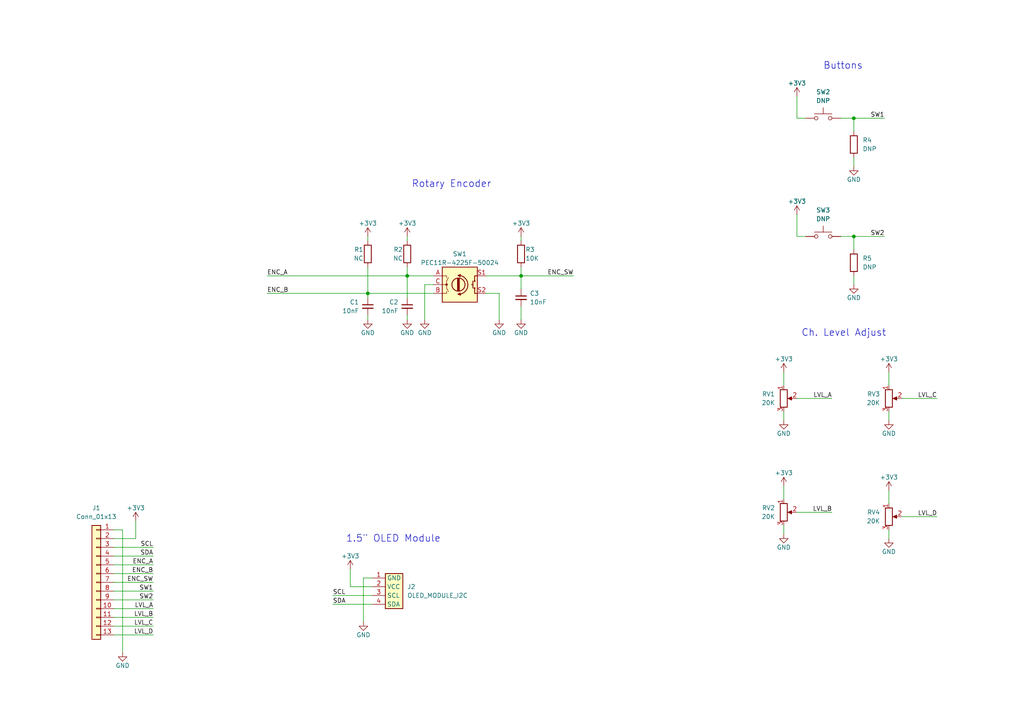
<source format=kicad_sch>
(kicad_sch (version 20211123) (generator eeschema)
  (paper "A4")
  (title_block (title "SW-32MC1") (date "2022-02-02") (rev "1") (company "saawsm") (comment 4 "Basic front panel IO board for the SW-3240"))
  (lib_symbols
    (symbol "Connector_Generic:Conn_01x13" (pin_names (offset 1.016) hide)
      (property "Reference" "J" (at 0 17.78 0))
      (property "Value" "Conn_01x13" (at 0 -17.78 0))
      (symbol "Conn_01x13_1_1"
        (rectangle (start -1.27 -15.113) (end 0 -15.367) (stroke (width 0.1524)))
        (rectangle (start -1.27 -12.573) (end 0 -12.827) (stroke (width 0.1524)))
        (rectangle (start -1.27 -10.033) (end 0 -10.287) (stroke (width 0.1524)))
        (rectangle (start -1.27 -7.493) (end 0 -7.747) (stroke (width 0.1524)))
        (rectangle (start -1.27 -4.953) (end 0 -5.207) (stroke (width 0.1524)))
        (rectangle (start -1.27 -2.413) (end 0 -2.667) (stroke (width 0.1524)))
        (rectangle (start -1.27 0.127) (end 0 -0.127) (stroke (width 0.1524)))
        (rectangle (start -1.27 2.667) (end 0 2.413) (stroke (width 0.1524)))
        (rectangle (start -1.27 5.207) (end 0 4.953) (stroke (width 0.1524)))
        (rectangle (start -1.27 7.747) (end 0 7.493) (stroke (width 0.1524)))
        (rectangle (start -1.27 10.287) (end 0 10.033) (stroke (width 0.1524)))
        (rectangle (start -1.27 12.827) (end 0 12.573) (stroke (width 0.1524)))
        (rectangle (start -1.27 15.367) (end 0 15.113) (stroke (width 0.1524)))
        (rectangle (start -1.27 16.51) (end 1.27 -16.51) (stroke (width 0.254)) (fill (type background)))
        (pin passive line (at -5.08 15.24 0) (length 3.81) (name "Pin_1") (number "1"))
        (pin passive line (at -5.08 -7.62 0) (length 3.81) (name "Pin_10") (number "10"))
        (pin passive line (at -5.08 -10.16 0) (length 3.81) (name "Pin_11") (number "11"))
        (pin passive line (at -5.08 -12.7 0) (length 3.81) (name "Pin_12") (number "12"))
        (pin passive line (at -5.08 -15.24 0) (length 3.81) (name "Pin_13") (number "13"))
        (pin passive line (at -5.08 12.7 0) (length 3.81) (name "Pin_2") (number "2"))
        (pin passive line (at -5.08 10.16 0) (length 3.81) (name "Pin_3") (number "3"))
        (pin passive line (at -5.08 7.62 0) (length 3.81) (name "Pin_4") (number "4"))
        (pin passive line (at -5.08 5.08 0) (length 3.81) (name "Pin_5") (number "5"))
        (pin passive line (at -5.08 2.54 0) (length 3.81) (name "Pin_6") (number "6"))
        (pin passive line (at -5.08 0 0) (length 3.81) (name "Pin_7") (number "7"))
        (pin passive line (at -5.08 -2.54 0) (length 3.81) (name "Pin_8") (number "8"))
        (pin passive line (at -5.08 -5.08 0) (length 3.81) (name "Pin_9") (number "9"))
      )
    )
    (symbol "Device:C_Small" (pin_numbers hide) (pin_names (offset 0.254) hide)
      (property "Reference" "C" (at 0.254 1.778 0))
      (property "Value" "C_Small" (at 0.254 -2.032 0))
      (symbol "C_Small_0_1"
        (polyline (pts (xy -1.524 -0.508) (xy 1.524 -0.508)) (stroke (width 0.3302)))
        (polyline (pts (xy -1.524 0.508) (xy 1.524 0.508)) (stroke (width 0.3048)))
      )
      (symbol "C_Small_1_1"
        (pin passive line (at 0 2.54 270) (length 2.032) (name "~") (number "1"))
        (pin passive line (at 0 -2.54 90) (length 2.032) (name "~") (number "2"))
      )
    )
    (symbol "Device:R" (pin_numbers hide) (pin_names (offset 0))
      (property "Reference" "R" (at 2.032 0 90))
      (property "Value" "R" (at 0 0 90))
      (symbol "R_0_1"
        (rectangle (start -1.016 -2.54) (end 1.016 2.54) (stroke (width 0.254)))
      )
      (symbol "R_1_1"
        (pin passive line (at 0 3.81 270) (length 1.27) (name "~") (number "1"))
        (pin passive line (at 0 -3.81 90) (length 1.27) (name "~") (number "2"))
      )
    )
    (symbol "Device:R_Potentiometer" (pin_names (offset 1.016) hide)
      (property "Reference" "RV" (at -4.445 0 90))
      (property "Value" "R_Potentiometer" (at -2.54 0 90))
      (symbol "R_Potentiometer_0_1"
        (polyline (pts (xy 2.54 0) (xy 1.524 0)))
        (polyline (pts (xy 1.143 0) (xy 2.286 0.508) (xy 2.286 -0.508) (xy 1.143 0)) (fill (type outline)))
        (rectangle (start 1.016 2.54) (end -1.016 -2.54) (stroke (width 0.254)))
      )
      (symbol "R_Potentiometer_1_1"
        (pin passive line (at 0 3.81 270) (length 1.27) (name "1") (number "1"))
        (pin passive line (at 3.81 0 180) (length 1.27) (name "2") (number "2"))
        (pin passive line (at 0 -3.81 90) (length 1.27) (name "3") (number "3"))
      )
    )
    (symbol "Device:RotaryEncoder_Switch" (pin_names (offset 0.254) hide)
      (property "Reference" "SW" (at 0 6.604 0))
      (property "Value" "RotaryEncoder_Switch" (at 0 -6.604 0))
      (symbol "RotaryEncoder_Switch_0_1"
        (rectangle (start -5.08 5.08) (end 5.08 -5.08) (stroke (width 0.254)) (fill (type background)))
        (circle (center -3.81 0) (radius 0.254) (fill (type outline)))
        (arc (start -0.381 -2.794) (mid 2.3622 -0.0635) (end -0.381 2.667) (stroke (width 0.254)))
        (circle (center -0.381 0) (radius 1.905) (stroke (width 0.254)))
        (polyline (pts (xy -0.635 -1.778) (xy -0.635 1.778)) (stroke (width 0.254)))
        (polyline (pts (xy -0.381 -1.778) (xy -0.381 1.778)) (stroke (width 0.254)))
        (polyline (pts (xy -0.127 1.778) (xy -0.127 -1.778)) (stroke (width 0.254)))
        (polyline (pts (xy 3.81 0) (xy 3.429 0)) (stroke (width 0.254)))
        (polyline (pts (xy 3.81 1.016) (xy 3.81 -1.016)) (stroke (width 0.254)))
        (polyline (pts (xy -5.08 -2.54) (xy -3.81 -2.54) (xy -3.81 -2.032)))
        (polyline (pts (xy -5.08 2.54) (xy -3.81 2.54) (xy -3.81 2.032)))
        (polyline (pts (xy 0.254 -3.048) (xy -0.508 -2.794) (xy 0.127 -2.413)) (stroke (width 0.254)))
        (polyline (pts (xy 0.254 2.921) (xy -0.508 2.667) (xy 0.127 2.286)) (stroke (width 0.254)))
        (polyline (pts (xy 5.08 -2.54) (xy 4.318 -2.54) (xy 4.318 -1.016)) (stroke (width 0.254)))
        (polyline (pts (xy 5.08 2.54) (xy 4.318 2.54) (xy 4.318 1.016)) (stroke (width 0.254)))
        (polyline (pts (xy -5.08 0) (xy -3.81 0) (xy -3.81 -1.016) (xy -3.302 -2.032)))
        (polyline (pts (xy -4.318 0) (xy -3.81 0) (xy -3.81 1.016) (xy -3.302 2.032)))
        (circle (center 4.318 -1.016) (radius 0.127) (stroke (width 0.254)))
        (circle (center 4.318 1.016) (radius 0.127) (stroke (width 0.254)))
      )
      (symbol "RotaryEncoder_Switch_1_1"
        (pin passive line (at -7.62 2.54 0) (length 2.54) (name "A") (number "A"))
        (pin passive line (at -7.62 -2.54 0) (length 2.54) (name "B") (number "B"))
        (pin passive line (at -7.62 0 0) (length 2.54) (name "C") (number "C"))
        (pin passive line (at 7.62 2.54 180) (length 2.54) (name "S1") (number "S1"))
        (pin passive line (at 7.62 -2.54 180) (length 2.54) (name "S2") (number "S2"))
      )
    )
    (symbol "SaawLib:OLED_MODULE_I2C"
      (property "Reference" "J" (at 0 6.35 0))
      (property "Value" "OLED_MODULE_I2C" (at 0 -6.35 0))
      (symbol "OLED_MODULE_I2C_1_1"
        (rectangle (start -1.27 5.08) (end 3.81 -5.08) (stroke (width 0.254)) (fill (type background)))
        (pin passive line (at -5.08 3.81 0) (length 3.81) (name "GND") (number "1"))
        (pin passive line (at -5.08 1.27 0) (length 3.81) (name "VCC") (number "2"))
        (pin passive line (at -5.08 -1.27 0) (length 3.81) (name "SCL") (number "3"))
        (pin passive line (at -5.08 -3.81 0) (length 3.81) (name "SDA") (number "4"))
      )
    )
    (symbol "Switch:SW_Push" (pin_numbers hide) (pin_names (offset 1.016) hide)
      (property "Reference" "SW" (at 1.27 2.54 0))
      (property "Value" "SW_Push" (at 0 -1.524 0))
      (symbol "SW_Push_0_1"
        (circle (center -2.032 0) (radius 0.508))
        (polyline (pts (xy 0 1.27) (xy 0 3.048)))
        (polyline (pts (xy 2.54 1.27) (xy -2.54 1.27)))
        (circle (center 2.032 0) (radius 0.508))
        (pin passive line (at -5.08 0 0) (length 2.54) (name "1") (number "1"))
        (pin passive line (at 5.08 0 180) (length 2.54) (name "2") (number "2"))
      )
    )
    (symbol "power:+3.3V" (power) (pin_names (offset 0))
      (property "Value" "+3.3V" (at 0 3.556 0))
      (symbol "+3.3V_0_1"
        (polyline (pts (xy -0.762 1.27) (xy 0 2.54)))
        (polyline (pts (xy 0 0) (xy 0 2.54)))
        (polyline (pts (xy 0 2.54) (xy 0.762 1.27)))
      )
      (symbol "+3.3V_1_1"
        (pin power_in line (at 0 0 90) (length 0) hide (name "+3V3") (number "1"))
      )
    )
    (symbol "power:GND" (power) (pin_names (offset 0))
      (property "Value" "GND" (at 0 -3.81 0))
      (symbol "GND_0_1"
        (polyline (pts (xy 0 0) (xy 0 -1.27) (xy 1.27 -1.27) (xy 0 -2.54) (xy -1.27 -1.27) (xy 0 -1.27)))
      )
      (symbol "GND_1_1"
        (pin power_in line (at 0 0 270) (length 0) hide (name "GND") (number "1"))
      )
    )
  )
  (junction (at 118.11 80.01))
  (junction (at 247.65 68.58))
  (junction (at 247.65 34.29))
  (junction (at 151.13 80.01))
  (junction (at 106.68 85.09))
  (wire (pts (xy 118.11 80.01) (xy 125.73 80.01)))
  (wire (pts (xy 257.81 153.67) (xy 257.81 156.21)))
  (wire (pts (xy 247.65 34.29) (xy 247.65 38.1)))
  (wire (pts (xy 106.68 68.58) (xy 106.68 69.85)))
  (wire (pts (xy 257.81 142.24) (xy 257.81 146.05)))
  (wire (pts (xy 33.02 153.67) (xy 35.56 153.67)))
  (wire (pts (xy 101.6 165.1) (xy 101.6 170.18)))
  (wire (pts (xy 231.14 115.57) (xy 241.3 115.57)))
  (wire (pts (xy 247.65 34.29) (xy 256.54 34.29)))
  (wire (pts (xy 106.68 85.09) (xy 106.68 86.36)))
  (wire (pts (xy 105.41 180.34) (xy 105.41 167.64)))
  (wire (pts (xy 231.14 27.94) (xy 231.14 34.29)))
  (wire (pts (xy 44.45 173.99) (xy 33.02 173.99)))
  (wire (pts (xy 227.33 119.38) (xy 227.33 121.92)))
  (wire (pts (xy 231.14 34.29) (xy 233.68 34.29)))
  (wire (pts (xy 261.62 115.57) (xy 271.78 115.57)))
  (wire (pts (xy 247.65 68.58) (xy 256.54 68.58)))
  (wire (pts (xy 106.68 77.47) (xy 106.68 85.09)))
  (wire (pts (xy 231.14 68.58) (xy 233.68 68.58)))
  (wire (pts (xy 257.81 107.95) (xy 257.81 111.76)))
  (wire (pts (xy 151.13 83.82) (xy 151.13 80.01)))
  (wire (pts (xy 227.33 140.97) (xy 227.33 144.78)))
  (wire (pts (xy 96.52 172.72) (xy 107.95 172.72)))
  (wire (pts (xy 44.45 168.91) (xy 33.02 168.91)))
  (wire (pts (xy 243.84 68.58) (xy 247.65 68.58)))
  (wire (pts (xy 118.11 91.44) (xy 118.11 92.71)))
  (wire (pts (xy 77.47 85.09) (xy 106.68 85.09)))
  (wire (pts (xy 77.47 80.01) (xy 118.11 80.01)))
  (wire (pts (xy 151.13 77.47) (xy 151.13 80.01)))
  (wire (pts (xy 107.95 175.26) (xy 96.52 175.26)))
  (wire (pts (xy 44.45 184.15) (xy 33.02 184.15)))
  (wire (pts (xy 247.65 68.58) (xy 247.65 72.39)))
  (wire (pts (xy 243.84 34.29) (xy 247.65 34.29)))
  (wire (pts (xy 151.13 68.58) (xy 151.13 69.85)))
  (wire (pts (xy 106.68 85.09) (xy 125.73 85.09)))
  (wire (pts (xy 44.45 171.45) (xy 33.02 171.45)))
  (wire (pts (xy 118.11 77.47) (xy 118.11 80.01)))
  (wire (pts (xy 106.68 91.44) (xy 106.68 92.71)))
  (wire (pts (xy 44.45 161.29) (xy 33.02 161.29)))
  (wire (pts (xy 118.11 68.58) (xy 118.11 69.85)))
  (wire (pts (xy 123.19 82.55) (xy 123.19 92.71)))
  (wire (pts (xy 35.56 153.67) (xy 35.56 189.23)))
  (wire (pts (xy 140.97 80.01) (xy 151.13 80.01)))
  (wire (pts (xy 227.33 107.95) (xy 227.33 111.76)))
  (wire (pts (xy 151.13 88.9) (xy 151.13 92.71)))
  (wire (pts (xy 44.45 166.37) (xy 33.02 166.37)))
  (wire (pts (xy 151.13 80.01) (xy 166.37 80.01)))
  (wire (pts (xy 227.33 152.4) (xy 227.33 154.94)))
  (wire (pts (xy 39.37 156.21) (xy 33.02 156.21)))
  (wire (pts (xy 231.14 62.23) (xy 231.14 68.58)))
  (wire (pts (xy 44.45 163.83) (xy 33.02 163.83)))
  (wire (pts (xy 44.45 176.53) (xy 33.02 176.53)))
  (wire (pts (xy 105.41 167.64) (xy 107.95 167.64)))
  (wire (pts (xy 44.45 179.07) (xy 33.02 179.07)))
  (wire (pts (xy 44.45 181.61) (xy 33.02 181.61)))
  (wire (pts (xy 125.73 82.55) (xy 123.19 82.55)))
  (wire (pts (xy 261.62 149.86) (xy 271.78 149.86)))
  (wire (pts (xy 39.37 151.13) (xy 39.37 156.21)))
  (wire (pts (xy 257.81 119.38) (xy 257.81 121.92)))
  (wire (pts (xy 118.11 86.36) (xy 118.11 80.01)))
  (wire (pts (xy 101.6 170.18) (xy 107.95 170.18)))
  (wire (pts (xy 44.45 158.75) (xy 33.02 158.75)))
  (wire (pts (xy 247.65 80.01) (xy 247.65 82.55)))
  (wire (pts (xy 144.78 92.71) (xy 144.78 85.09)))
  (wire (pts (xy 144.78 85.09) (xy 140.97 85.09)))
  (wire (pts (xy 247.65 45.72) (xy 247.65 48.26)))
  (wire (pts (xy 231.14 148.59) (xy 241.3 148.59)))
  (text "Rotary Encoder" (at 119.38 54.61 0) (effects (font (size 2 2)) (justify left bottom)))
  (text "Buttons" (at 238.76 20.32 0) (effects (font (size 2 2)) (justify left bottom)))
  (text "Ch. Level Adjust" (at 232.41 97.79 0) (effects (font (size 2 2)) (justify left bottom)))
  (text "1.5\" OLED Module" (at 100.33 157.48 0) (effects (font (size 2 2)) (justify left bottom)))
  (label "SW2" (at 44.45 173.99 180))
  (label "ENC_A" (at 77.47 80.01 0))
  (label "ENC_SW" (at 166.37 80.01 180))
  (label "LVL_B" (at 44.45 179.07 180))
  (label "ENC_B" (at 44.45 166.37 180))
  (label "SCL" (at 96.52 172.72 0))
  (label "LVL_D" (at 271.78 149.86 180))
  (label "LVL_B" (at 241.3 148.59 180))
  (label "ENC_A" (at 44.45 163.83 180))
  (label "SDA" (at 44.45 161.29 180))
  (label "LVL_A" (at 241.3 115.57 180))
  (label "SDA" (at 96.52 175.26 0))
  (label "SW2" (at 256.54 68.58 180))
  (label "LVL_C" (at 44.45 181.61 180))
  (label "ENC_B" (at 77.47 85.09 0))
  (label "SCL" (at 44.45 158.75 180))
  (label "LVL_C" (at 271.78 115.57 180))
  (label "SW1" (at 44.45 171.45 180))
  (label "ENC_SW" (at 44.45 168.91 180))
  (label "SW1" (at 256.54 34.29 180))
  (label "LVL_D" (at 44.45 184.15 180))
  (label "LVL_A" (at 44.45 176.53 180))
  (symbol (lib_id "power:GND") (at 151.13 92.71 0) (unit 1)
    (property "Reference" "#PWR012" (effects hide))
    (property "Value" "GND" (at 151.13 96.52 0))
  )
  (symbol (lib_id "Switch:SW_Push") (at 238.76 34.29 0) (unit 1)
    (property "Reference" "SW2" (at 238.76 26.67 0))
    (property "Value" "DNP" (at 238.76 29.21 0))
    (property "Footprint" "Button_Switch_SMD:SW_Push_1P1T_NO_6x6mm_H9.5mm" (effects hide))
  )
  (symbol (lib_id "power:GND") (at 227.33 121.92 0) (unit 1)
    (property "Reference" "#PWR014" (effects hide))
    (property "Value" "GND" (at 227.33 125.73 0))
  )
  (symbol (lib_id "power:GND") (at 123.19 92.71 0) (unit 1)
    (property "Reference" "#PWR09" (effects hide))
    (property "Value" "GND" (at 123.19 96.52 0))
  )
  (symbol (lib_id "Device:R_Potentiometer") (at 257.81 149.86 0) (unit 1)
    (property "Reference" "RV4" (at 255.27 148.5899 0) (effects (justify right)))
    (property "Value" "20K" (at 255.27 151.1299 0) (effects (justify right)))
    (property "Footprint" "Potentiometer_THT:Potentiometer_Bourns_PTV09A-1_Single_Vertical" (effects hide))
  )
  (symbol (lib_id "power:+3.3V") (at 257.81 142.24 0) (unit 1)
    (property "Reference" "#PWR023" (effects hide))
    (property "Value" "+3.3V" (at 257.81 138.43 0))
  )
  (symbol (lib_id "power:GND") (at 106.68 92.71 0) (unit 1)
    (property "Reference" "#PWR06" (effects hide))
    (property "Value" "GND" (at 106.68 96.52 0))
  )
  (symbol (lib_id "power:+3.3V") (at 151.13 68.58 0) (unit 1)
    (property "Reference" "#PWR011" (effects hide))
    (property "Value" "+3.3V" (at 151.13 64.77 0))
  )
  (symbol (lib_id "SaawLib:OLED_MODULE_I2C") (at 113.03 171.45 0) (unit 1)
    (property "Reference" "J2" (at 118.11 170.1799 0) (effects (justify left)))
    (property "Value" "OLED_MODULE_I2C" (at 118.11 172.7199 0) (effects (justify left)))
    (property "Footprint" "SaawLib:OLED_I2C" (effects hide))
  )
  (symbol (lib_id "Switch:SW_Push") (at 238.76 68.58 0) (unit 1)
    (property "Reference" "SW3" (at 238.76 60.96 0))
    (property "Value" "DNP" (at 238.76 63.5 0))
    (property "Footprint" "Button_Switch_SMD:SW_Push_1P1T_NO_6x6mm_H9.5mm" (effects hide))
  )
  (symbol (lib_id "power:+3.3V") (at 118.11 68.58 0) (unit 1)
    (property "Reference" "#PWR07" (effects hide))
    (property "Value" "+3.3V" (at 118.11 64.77 0))
  )
  (symbol (lib_id "power:GND") (at 105.41 180.34 0) (mirror y) (unit 1)
    (property "Reference" "#PWR04" (effects hide))
    (property "Value" "GND" (at 105.41 184.15 0))
  )
  (symbol (lib_id "power:+3.3V") (at 231.14 27.94 0) (unit 1)
    (property "Reference" "#PWR017" (effects hide))
    (property "Value" "+3.3V" (at 231.14 24.13 0))
  )
  (symbol (lib_id "power:GND") (at 257.81 156.21 0) (unit 1)
    (property "Reference" "#PWR024" (effects hide))
    (property "Value" "GND" (at 257.81 160.02 0))
  )
  (symbol (lib_id "Device:R") (at 247.65 41.91 0) (unit 1)
    (property "Reference" "R4" (at 250.19 40.6399 0) (effects (justify left)))
    (property "Value" "DNP" (at 250.19 43.1799 0) (effects (justify left)))
    (property "Footprint" "Resistor_SMD:R_0603_1608Metric" (effects hide))
  )
  (symbol (lib_id "Device:R") (at 151.13 73.66 0) (mirror y) (unit 1)
    (property "Reference" "R3" (at 152.4 72.39 0) (effects (justify right)))
    (property "Value" "10K" (at 152.4 74.93 0) (effects (justify right)))
    (property "Footprint" "Resistor_SMD:R_0603_1608Metric" (effects hide))
  )
  (symbol (lib_id "power:+3.3V") (at 106.68 68.58 0) (unit 1)
    (property "Reference" "#PWR05" (effects hide))
    (property "Value" "+3.3V" (at 106.68 64.77 0))
  )
  (symbol (lib_id "power:+3.3V") (at 227.33 107.95 0) (unit 1)
    (property "Reference" "#PWR013" (effects hide))
    (property "Value" "+3.3V" (at 227.33 104.14 0))
  )
  (symbol (lib_id "power:GND") (at 247.65 82.55 0) (unit 1)
    (property "Reference" "#PWR020" (effects hide))
    (property "Value" "GND" (at 247.65 86.36 0))
  )
  (symbol (lib_id "power:+3.3V") (at 231.14 62.23 0) (unit 1)
    (property "Reference" "#PWR018" (effects hide))
    (property "Value" "+3.3V" (at 231.14 58.42 0))
  )
  (symbol (lib_id "power:GND") (at 118.11 92.71 0) (unit 1)
    (property "Reference" "#PWR08" (effects hide))
    (property "Value" "GND" (at 118.11 96.52 0))
  )
  (symbol (lib_id "power:+3.3V") (at 39.37 151.13 0) (mirror y) (unit 1)
    (property "Reference" "#PWR02" (effects hide))
    (property "Value" "+3.3V" (at 39.37 147.32 0))
  )
  (symbol (lib_id "Device:C_Small") (at 106.68 88.9 0) (mirror y) (unit 1)
    (property "Reference" "C1" (at 104.14 87.6362 0) (effects (justify left)))
    (property "Value" "10nF" (at 104.14 90.1762 0) (effects (justify left)))
    (property "Footprint" "Capacitor_SMD:C_0603_1608Metric" (effects hide))
  )
  (symbol (lib_id "Connector_Generic:Conn_01x13") (at 27.94 168.91 0) (mirror y) (unit 1)
    (property "Reference" "J1" (at 27.94 147.32 0))
    (property "Value" "Conn_01x13" (at 27.94 149.86 0))
  )
  (symbol (lib_id "Device:RotaryEncoder_Switch") (at 133.35 82.55 0) (unit 1)
    (property "Reference" "SW1" (at 133.35 73.66 0))
    (property "Value" "PEC11R-4225F-50024" (at 133.35 76.2 0))
    (property "Footprint" "SaawLib:Rotary_Encoder_Switched_PEC11R" (effects hide))
    (property "MPN" "PEC11R-4215F-S0024" (effects hide))
  )
  (symbol (lib_id "Device:R") (at 247.65 76.2 0) (unit 1)
    (property "Reference" "R5" (at 250.19 74.9299 0) (effects (justify left)))
    (property "Value" "DNP" (at 250.19 77.4699 0) (effects (justify left)))
    (property "Footprint" "Resistor_SMD:R_0603_1608Metric" (effects hide))
  )
  (symbol (lib_id "power:GND") (at 257.81 121.92 0) (unit 1)
    (property "Reference" "#PWR022" (effects hide))
    (property "Value" "GND" (at 257.81 125.73 0))
  )
  (symbol (lib_id "power:+3.3V") (at 257.81 107.95 0) (unit 1)
    (property "Reference" "#PWR021" (effects hide))
    (property "Value" "+3.3V" (at 257.81 104.14 0))
  )
  (symbol (lib_id "power:GND") (at 144.78 92.71 0) (unit 1)
    (property "Reference" "#PWR010" (effects hide))
    (property "Value" "GND" (at 144.78 96.52 0))
  )
  (symbol (lib_id "power:GND") (at 35.56 189.23 0) (mirror y) (unit 1)
    (property "Reference" "#PWR01" (effects hide))
    (property "Value" "GND" (at 35.56 193.04 0))
  )
  (symbol (lib_id "Device:R_Potentiometer") (at 227.33 115.57 0) (unit 1)
    (property "Reference" "RV1" (at 224.79 114.2999 0) (effects (justify right)))
    (property "Value" "20K" (at 224.79 116.8399 0) (effects (justify right)))
    (property "Footprint" "Potentiometer_THT:Potentiometer_Bourns_PTV09A-1_Single_Vertical" (effects hide))
  )
  (symbol (lib_id "power:GND") (at 247.65 48.26 0) (unit 1)
    (property "Reference" "#PWR019" (effects hide))
    (property "Value" "GND" (at 247.65 52.07 0))
  )
  (symbol (lib_id "power:+3.3V") (at 101.6 165.1 0) (mirror y) (unit 1)
    (property "Reference" "#PWR03" (effects hide))
    (property "Value" "+3.3V" (at 101.6 161.29 0))
  )
  (symbol (lib_id "Device:R_Potentiometer") (at 227.33 148.59 0) (unit 1)
    (property "Reference" "RV2" (at 224.79 147.3199 0) (effects (justify right)))
    (property "Value" "20K" (at 224.79 149.8599 0) (effects (justify right)))
    (property "Footprint" "Potentiometer_THT:Potentiometer_Bourns_PTV09A-1_Single_Vertical" (effects hide))
  )
  (symbol (lib_id "Device:R") (at 106.68 73.66 0) (mirror y) (unit 1) (in_bom no)
    (property "Reference" "R1" (at 105.41 72.39 0) (effects (justify left)))
    (property "Value" "NC" (at 105.41 74.93 0) (effects (justify left)))
    (property "Footprint" "Resistor_SMD:R_0603_1608Metric" (effects hide))
  )
  (symbol (lib_id "Device:R") (at 118.11 73.66 0) (mirror y) (unit 1) (in_bom no)
    (property "Reference" "R2" (at 116.84 72.39 0) (effects (justify left)))
    (property "Value" "NC" (at 116.84 74.93 0) (effects (justify left)))
    (property "Footprint" "Resistor_SMD:R_0603_1608Metric" (effects hide))
  )
  (symbol (lib_id "power:GND") (at 227.33 154.94 0) (unit 1)
    (property "Reference" "#PWR016" (effects hide))
    (property "Value" "GND" (at 227.33 158.75 0))
  )
  (symbol (lib_id "Device:R_Potentiometer") (at 257.81 115.57 0) (unit 1)
    (property "Reference" "RV3" (at 255.27 114.2999 0) (effects (justify right)))
    (property "Value" "20K" (at 255.27 116.8399 0) (effects (justify right)))
    (property "Footprint" "Potentiometer_THT:Potentiometer_Bourns_PTV09A-1_Single_Vertical" (effects hide))
  )
  (symbol (lib_id "power:+3.3V") (at 227.33 140.97 0) (unit 1)
    (property "Reference" "#PWR015" (effects hide))
    (property "Value" "+3.3V" (at 227.33 137.16 0))
  )
  (symbol (lib_id "Device:C_Small") (at 151.13 86.36 0) (mirror y) (unit 1)
    (property "Reference" "C3" (at 153.67 85.0962 0) (effects (justify right)))
    (property "Value" "10nF" (at 153.67 87.6362 0) (effects (justify right)))
    (property "Footprint" "Capacitor_SMD:C_0603_1608Metric" (effects hide))
  )
  (symbol (lib_id "Device:C_Small") (at 118.11 88.9 0) (mirror y) (unit 1)
    (property "Reference" "C2" (at 115.57 87.6362 0) (effects (justify left)))
    (property "Value" "10nF" (at 115.57 90.1762 0) (effects (justify left)))
    (property "Footprint" "Capacitor_SMD:C_0603_1608Metric" (effects hide))
  )
)
</source>
